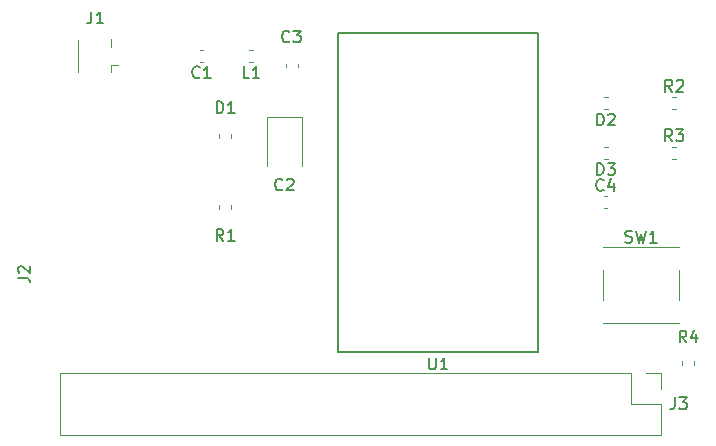
<source format=gbr>
G04 #@! TF.GenerationSoftware,KiCad,Pcbnew,(5.0.1-3-g963ef8bb5)*
G04 #@! TF.CreationDate,2018-11-19T18:06:17+01:00*
G04 #@! TF.ProjectId,wmbus_pihat,776D6275735F70696861742E6B696361,0.1*
G04 #@! TF.SameCoordinates,Original*
G04 #@! TF.FileFunction,Legend,Top*
G04 #@! TF.FilePolarity,Positive*
%FSLAX46Y46*%
G04 Gerber Fmt 4.6, Leading zero omitted, Abs format (unit mm)*
G04 Created by KiCad (PCBNEW (5.0.1-3-g963ef8bb5)) date Monday 19 November 2018 at 18:06:17*
%MOMM*%
%LPD*%
G01*
G04 APERTURE LIST*
%ADD10C,0.150000*%
%ADD11C,0.120000*%
G04 APERTURE END LIST*
D10*
G04 #@! TO.C,U1*
X53600000Y-20700000D02*
X62100000Y-20700000D01*
X62100000Y-20700000D02*
X62100000Y-47700000D01*
X62100000Y-47700000D02*
X45100000Y-47700000D01*
X45100000Y-47700000D02*
X45100000Y-20700000D01*
X45100000Y-20700000D02*
X53600000Y-20700000D01*
D11*
G04 #@! TO.C,C1*
X33750279Y-22090000D02*
X33424721Y-22090000D01*
X33750279Y-23110000D02*
X33424721Y-23110000D01*
G04 #@! TO.C,C2*
X42110000Y-31950000D02*
X42110000Y-27740000D01*
X42110000Y-27740000D02*
X39090000Y-27740000D01*
X39090000Y-27740000D02*
X39090000Y-31950000D01*
G04 #@! TO.C,C3*
X41760000Y-23249721D02*
X41760000Y-23575279D01*
X40740000Y-23249721D02*
X40740000Y-23575279D01*
G04 #@! TO.C,C4*
X67624721Y-35510000D02*
X67950279Y-35510000D01*
X67624721Y-34490000D02*
X67950279Y-34490000D01*
G04 #@! TO.C,D1*
X35090000Y-29550279D02*
X35090000Y-29224721D01*
X36110000Y-29550279D02*
X36110000Y-29224721D01*
G04 #@! TO.C,D2*
X67962779Y-27110000D02*
X67637221Y-27110000D01*
X67962779Y-26090000D02*
X67637221Y-26090000D01*
G04 #@! TO.C,D3*
X67962779Y-30290000D02*
X67637221Y-30290000D01*
X67962779Y-31310000D02*
X67637221Y-31310000D01*
G04 #@! TO.C,J1*
X23165000Y-23950000D02*
X23165000Y-21250000D01*
X25885000Y-23360000D02*
X26515000Y-23360000D01*
X25885000Y-21200000D02*
X25885000Y-21840000D01*
X25885000Y-24000000D02*
X25885000Y-23360000D01*
G04 #@! TO.C,L1*
X37962779Y-23110000D02*
X37637221Y-23110000D01*
X37962779Y-22090000D02*
X37637221Y-22090000D01*
G04 #@! TO.C,R1*
X36122500Y-35237221D02*
X36122500Y-35562779D01*
X35102500Y-35237221D02*
X35102500Y-35562779D01*
G04 #@! TO.C,R2*
X73437221Y-26090000D02*
X73762779Y-26090000D01*
X73437221Y-27110000D02*
X73762779Y-27110000D01*
G04 #@! TO.C,R3*
X73437221Y-31310000D02*
X73762779Y-31310000D01*
X73437221Y-30290000D02*
X73762779Y-30290000D01*
G04 #@! TO.C,R4*
X75310000Y-48775279D02*
X75310000Y-48449721D01*
X74290000Y-48775279D02*
X74290000Y-48449721D01*
G04 #@! TO.C,SW1*
X74030000Y-38770000D02*
X74030000Y-38800000D01*
X74030000Y-45230000D02*
X74030000Y-45200000D01*
X67570000Y-45230000D02*
X67570000Y-45200000D01*
X67570000Y-38800000D02*
X67570000Y-38770000D01*
X74030000Y-40700000D02*
X74030000Y-43300000D01*
X67570000Y-38770000D02*
X74030000Y-38770000D01*
X67570000Y-40700000D02*
X67570000Y-43300000D01*
X67570000Y-45230000D02*
X74030000Y-45230000D01*
G04 #@! TO.C,J3*
X21610000Y-49470000D02*
X21610000Y-54670000D01*
X69930000Y-49470000D02*
X21610000Y-49470000D01*
X72530000Y-54670000D02*
X21610000Y-54670000D01*
X69930000Y-49470000D02*
X69930000Y-52070000D01*
X69930000Y-52070000D02*
X72530000Y-52070000D01*
X72530000Y-52070000D02*
X72530000Y-54670000D01*
X71200000Y-49470000D02*
X72530000Y-49470000D01*
X72530000Y-49470000D02*
X72530000Y-50800000D01*
G04 #@! TO.C,U1*
D10*
X52838095Y-48152380D02*
X52838095Y-48961904D01*
X52885714Y-49057142D01*
X52933333Y-49104761D01*
X53028571Y-49152380D01*
X53219047Y-49152380D01*
X53314285Y-49104761D01*
X53361904Y-49057142D01*
X53409523Y-48961904D01*
X53409523Y-48152380D01*
X54409523Y-49152380D02*
X53838095Y-49152380D01*
X54123809Y-49152380D02*
X54123809Y-48152380D01*
X54028571Y-48295238D01*
X53933333Y-48390476D01*
X53838095Y-48438095D01*
G04 #@! TO.C,C1*
X33420833Y-24387142D02*
X33373214Y-24434761D01*
X33230357Y-24482380D01*
X33135119Y-24482380D01*
X32992261Y-24434761D01*
X32897023Y-24339523D01*
X32849404Y-24244285D01*
X32801785Y-24053809D01*
X32801785Y-23910952D01*
X32849404Y-23720476D01*
X32897023Y-23625238D01*
X32992261Y-23530000D01*
X33135119Y-23482380D01*
X33230357Y-23482380D01*
X33373214Y-23530000D01*
X33420833Y-23577619D01*
X34373214Y-24482380D02*
X33801785Y-24482380D01*
X34087500Y-24482380D02*
X34087500Y-23482380D01*
X33992261Y-23625238D01*
X33897023Y-23720476D01*
X33801785Y-23768095D01*
G04 #@! TO.C,C2*
X40433333Y-33894642D02*
X40385714Y-33942261D01*
X40242857Y-33989880D01*
X40147619Y-33989880D01*
X40004761Y-33942261D01*
X39909523Y-33847023D01*
X39861904Y-33751785D01*
X39814285Y-33561309D01*
X39814285Y-33418452D01*
X39861904Y-33227976D01*
X39909523Y-33132738D01*
X40004761Y-33037500D01*
X40147619Y-32989880D01*
X40242857Y-32989880D01*
X40385714Y-33037500D01*
X40433333Y-33085119D01*
X40814285Y-33085119D02*
X40861904Y-33037500D01*
X40957142Y-32989880D01*
X41195238Y-32989880D01*
X41290476Y-33037500D01*
X41338095Y-33085119D01*
X41385714Y-33180357D01*
X41385714Y-33275595D01*
X41338095Y-33418452D01*
X40766666Y-33989880D01*
X41385714Y-33989880D01*
G04 #@! TO.C,C3*
X41033333Y-21357142D02*
X40985714Y-21404761D01*
X40842857Y-21452380D01*
X40747619Y-21452380D01*
X40604761Y-21404761D01*
X40509523Y-21309523D01*
X40461904Y-21214285D01*
X40414285Y-21023809D01*
X40414285Y-20880952D01*
X40461904Y-20690476D01*
X40509523Y-20595238D01*
X40604761Y-20500000D01*
X40747619Y-20452380D01*
X40842857Y-20452380D01*
X40985714Y-20500000D01*
X41033333Y-20547619D01*
X41366666Y-20452380D02*
X41985714Y-20452380D01*
X41652380Y-20833333D01*
X41795238Y-20833333D01*
X41890476Y-20880952D01*
X41938095Y-20928571D01*
X41985714Y-21023809D01*
X41985714Y-21261904D01*
X41938095Y-21357142D01*
X41890476Y-21404761D01*
X41795238Y-21452380D01*
X41509523Y-21452380D01*
X41414285Y-21404761D01*
X41366666Y-21357142D01*
G04 #@! TO.C,C4*
X67620833Y-33927142D02*
X67573214Y-33974761D01*
X67430357Y-34022380D01*
X67335119Y-34022380D01*
X67192261Y-33974761D01*
X67097023Y-33879523D01*
X67049404Y-33784285D01*
X67001785Y-33593809D01*
X67001785Y-33450952D01*
X67049404Y-33260476D01*
X67097023Y-33165238D01*
X67192261Y-33070000D01*
X67335119Y-33022380D01*
X67430357Y-33022380D01*
X67573214Y-33070000D01*
X67620833Y-33117619D01*
X68477976Y-33355714D02*
X68477976Y-34022380D01*
X68239880Y-32974761D02*
X68001785Y-33689047D01*
X68620833Y-33689047D01*
G04 #@! TO.C,D1*
X34861904Y-27452380D02*
X34861904Y-26452380D01*
X35100000Y-26452380D01*
X35242857Y-26500000D01*
X35338095Y-26595238D01*
X35385714Y-26690476D01*
X35433333Y-26880952D01*
X35433333Y-27023809D01*
X35385714Y-27214285D01*
X35338095Y-27309523D01*
X35242857Y-27404761D01*
X35100000Y-27452380D01*
X34861904Y-27452380D01*
X36385714Y-27452380D02*
X35814285Y-27452380D01*
X36100000Y-27452380D02*
X36100000Y-26452380D01*
X36004761Y-26595238D01*
X35909523Y-26690476D01*
X35814285Y-26738095D01*
G04 #@! TO.C,D2*
X67061904Y-28482380D02*
X67061904Y-27482380D01*
X67300000Y-27482380D01*
X67442857Y-27530000D01*
X67538095Y-27625238D01*
X67585714Y-27720476D01*
X67633333Y-27910952D01*
X67633333Y-28053809D01*
X67585714Y-28244285D01*
X67538095Y-28339523D01*
X67442857Y-28434761D01*
X67300000Y-28482380D01*
X67061904Y-28482380D01*
X68014285Y-27577619D02*
X68061904Y-27530000D01*
X68157142Y-27482380D01*
X68395238Y-27482380D01*
X68490476Y-27530000D01*
X68538095Y-27577619D01*
X68585714Y-27672857D01*
X68585714Y-27768095D01*
X68538095Y-27910952D01*
X67966666Y-28482380D01*
X68585714Y-28482380D01*
G04 #@! TO.C,D3*
X67061904Y-32682380D02*
X67061904Y-31682380D01*
X67300000Y-31682380D01*
X67442857Y-31730000D01*
X67538095Y-31825238D01*
X67585714Y-31920476D01*
X67633333Y-32110952D01*
X67633333Y-32253809D01*
X67585714Y-32444285D01*
X67538095Y-32539523D01*
X67442857Y-32634761D01*
X67300000Y-32682380D01*
X67061904Y-32682380D01*
X67966666Y-31682380D02*
X68585714Y-31682380D01*
X68252380Y-32063333D01*
X68395238Y-32063333D01*
X68490476Y-32110952D01*
X68538095Y-32158571D01*
X68585714Y-32253809D01*
X68585714Y-32491904D01*
X68538095Y-32587142D01*
X68490476Y-32634761D01*
X68395238Y-32682380D01*
X68109523Y-32682380D01*
X68014285Y-32634761D01*
X67966666Y-32587142D01*
G04 #@! TO.C,J1*
X24266666Y-18852380D02*
X24266666Y-19566666D01*
X24219047Y-19709523D01*
X24123809Y-19804761D01*
X23980952Y-19852380D01*
X23885714Y-19852380D01*
X25266666Y-19852380D02*
X24695238Y-19852380D01*
X24980952Y-19852380D02*
X24980952Y-18852380D01*
X24885714Y-18995238D01*
X24790476Y-19090476D01*
X24695238Y-19138095D01*
G04 #@! TO.C,L1*
X37633333Y-24482380D02*
X37157142Y-24482380D01*
X37157142Y-23482380D01*
X38490476Y-24482380D02*
X37919047Y-24482380D01*
X38204761Y-24482380D02*
X38204761Y-23482380D01*
X38109523Y-23625238D01*
X38014285Y-23720476D01*
X37919047Y-23768095D01*
G04 #@! TO.C,R1*
X35433333Y-38252380D02*
X35100000Y-37776190D01*
X34861904Y-38252380D02*
X34861904Y-37252380D01*
X35242857Y-37252380D01*
X35338095Y-37300000D01*
X35385714Y-37347619D01*
X35433333Y-37442857D01*
X35433333Y-37585714D01*
X35385714Y-37680952D01*
X35338095Y-37728571D01*
X35242857Y-37776190D01*
X34861904Y-37776190D01*
X36385714Y-38252380D02*
X35814285Y-38252380D01*
X36100000Y-38252380D02*
X36100000Y-37252380D01*
X36004761Y-37395238D01*
X35909523Y-37490476D01*
X35814285Y-37538095D01*
G04 #@! TO.C,R2*
X73433333Y-25622380D02*
X73100000Y-25146190D01*
X72861904Y-25622380D02*
X72861904Y-24622380D01*
X73242857Y-24622380D01*
X73338095Y-24670000D01*
X73385714Y-24717619D01*
X73433333Y-24812857D01*
X73433333Y-24955714D01*
X73385714Y-25050952D01*
X73338095Y-25098571D01*
X73242857Y-25146190D01*
X72861904Y-25146190D01*
X73814285Y-24717619D02*
X73861904Y-24670000D01*
X73957142Y-24622380D01*
X74195238Y-24622380D01*
X74290476Y-24670000D01*
X74338095Y-24717619D01*
X74385714Y-24812857D01*
X74385714Y-24908095D01*
X74338095Y-25050952D01*
X73766666Y-25622380D01*
X74385714Y-25622380D01*
G04 #@! TO.C,R3*
X73433333Y-29822380D02*
X73100000Y-29346190D01*
X72861904Y-29822380D02*
X72861904Y-28822380D01*
X73242857Y-28822380D01*
X73338095Y-28870000D01*
X73385714Y-28917619D01*
X73433333Y-29012857D01*
X73433333Y-29155714D01*
X73385714Y-29250952D01*
X73338095Y-29298571D01*
X73242857Y-29346190D01*
X72861904Y-29346190D01*
X73766666Y-28822380D02*
X74385714Y-28822380D01*
X74052380Y-29203333D01*
X74195238Y-29203333D01*
X74290476Y-29250952D01*
X74338095Y-29298571D01*
X74385714Y-29393809D01*
X74385714Y-29631904D01*
X74338095Y-29727142D01*
X74290476Y-29774761D01*
X74195238Y-29822380D01*
X73909523Y-29822380D01*
X73814285Y-29774761D01*
X73766666Y-29727142D01*
G04 #@! TO.C,R4*
X74633333Y-46852380D02*
X74300000Y-46376190D01*
X74061904Y-46852380D02*
X74061904Y-45852380D01*
X74442857Y-45852380D01*
X74538095Y-45900000D01*
X74585714Y-45947619D01*
X74633333Y-46042857D01*
X74633333Y-46185714D01*
X74585714Y-46280952D01*
X74538095Y-46328571D01*
X74442857Y-46376190D01*
X74061904Y-46376190D01*
X75490476Y-46185714D02*
X75490476Y-46852380D01*
X75252380Y-45804761D02*
X75014285Y-46519047D01*
X75633333Y-46519047D01*
G04 #@! TO.C,SW1*
X69466666Y-38354761D02*
X69609523Y-38402380D01*
X69847619Y-38402380D01*
X69942857Y-38354761D01*
X69990476Y-38307142D01*
X70038095Y-38211904D01*
X70038095Y-38116666D01*
X69990476Y-38021428D01*
X69942857Y-37973809D01*
X69847619Y-37926190D01*
X69657142Y-37878571D01*
X69561904Y-37830952D01*
X69514285Y-37783333D01*
X69466666Y-37688095D01*
X69466666Y-37592857D01*
X69514285Y-37497619D01*
X69561904Y-37450000D01*
X69657142Y-37402380D01*
X69895238Y-37402380D01*
X70038095Y-37450000D01*
X70371428Y-37402380D02*
X70609523Y-38402380D01*
X70800000Y-37688095D01*
X70990476Y-38402380D01*
X71228571Y-37402380D01*
X72133333Y-38402380D02*
X71561904Y-38402380D01*
X71847619Y-38402380D02*
X71847619Y-37402380D01*
X71752380Y-37545238D01*
X71657142Y-37640476D01*
X71561904Y-37688095D01*
G04 #@! TO.C,J2*
X18042380Y-41393333D02*
X18756666Y-41393333D01*
X18899523Y-41440952D01*
X18994761Y-41536190D01*
X19042380Y-41679047D01*
X19042380Y-41774285D01*
X18137619Y-40964761D02*
X18090000Y-40917142D01*
X18042380Y-40821904D01*
X18042380Y-40583809D01*
X18090000Y-40488571D01*
X18137619Y-40440952D01*
X18232857Y-40393333D01*
X18328095Y-40393333D01*
X18470952Y-40440952D01*
X19042380Y-41012380D01*
X19042380Y-40393333D01*
G04 #@! TO.C,J3*
X73666666Y-51522380D02*
X73666666Y-52236666D01*
X73619047Y-52379523D01*
X73523809Y-52474761D01*
X73380952Y-52522380D01*
X73285714Y-52522380D01*
X74047619Y-51522380D02*
X74666666Y-51522380D01*
X74333333Y-51903333D01*
X74476190Y-51903333D01*
X74571428Y-51950952D01*
X74619047Y-51998571D01*
X74666666Y-52093809D01*
X74666666Y-52331904D01*
X74619047Y-52427142D01*
X74571428Y-52474761D01*
X74476190Y-52522380D01*
X74190476Y-52522380D01*
X74095238Y-52474761D01*
X74047619Y-52427142D01*
G04 #@! TD*
M02*

</source>
